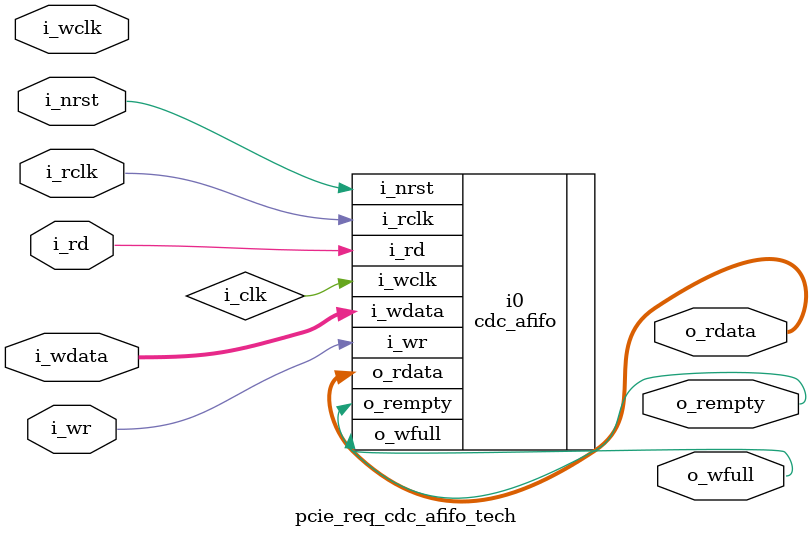
<source format=sv>

module pcie_req_cdc_afifo_tech (
  input i_nrst,
  input i_wclk,
  input i_wr,
  input [72:0] i_wdata,
  output o_wfull,
  input i_rclk,
  input i_rd,
  output [72:0] o_rdata,
  output o_rempty
);

// PCIE EP (200 MHz) -> DMA (40 MHz)
cdc_afifo #(
    .abits(2),
    .dbits(73)
) i0 (
    .i_nrst(i_nrst),
    .i_wclk(i_clk),
    .i_wr(i_wr),
    .i_wdata(i_wdata),
    .o_wfull(o_wfull),
    .i_rclk(i_rclk),
    .i_rd(i_rd),
    .o_rdata(o_rdata),
    .o_rempty(o_rempty)
);

endmodule

</source>
